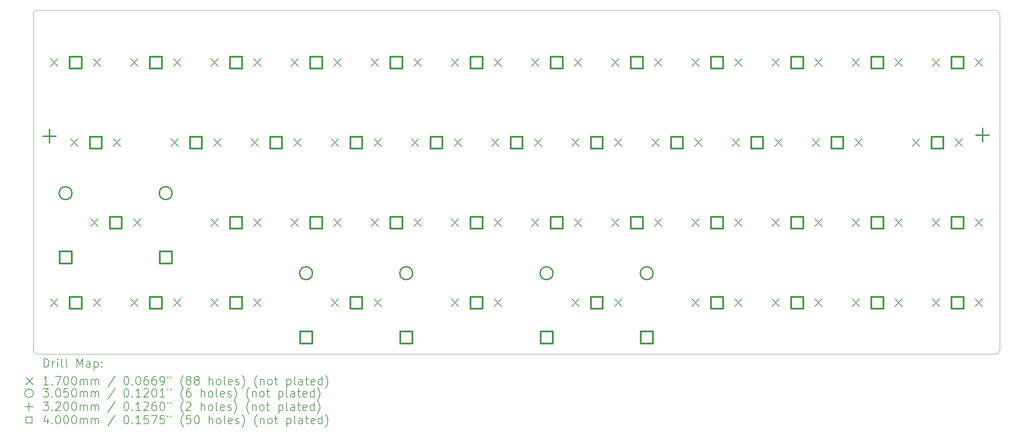
<source format=gbr>
%FSLAX45Y45*%
G04 Gerber Fmt 4.5, Leading zero omitted, Abs format (unit mm)*
G04 Created by KiCad (PCBNEW (6.0.2-0)) date 2022-06-21 21:39:33*
%MOMM*%
%LPD*%
G01*
G04 APERTURE LIST*
%TA.AperFunction,Profile*%
%ADD10C,0.050000*%
%TD*%
%ADD11C,0.200000*%
%ADD12C,0.170000*%
%ADD13C,0.305000*%
%ADD14C,0.320000*%
%ADD15C,0.400000*%
G04 APERTURE END LIST*
D10*
X9728200Y-11353800D02*
X9728200Y-19329400D01*
X9829800Y-11252200D02*
G75*
G03*
X9728200Y-11353800I0J-101600D01*
G01*
X32689800Y-11353800D02*
G75*
G03*
X32588200Y-11252200I-101600J0D01*
G01*
X9829800Y-11252200D02*
X32588200Y-11252200D01*
X32689800Y-11353800D02*
X32689800Y-19329400D01*
X32588200Y-19431000D02*
X9829800Y-19431000D01*
X32588200Y-19431000D02*
G75*
G03*
X32689800Y-19329400I0J101600D01*
G01*
X9728200Y-19329400D02*
G75*
G03*
X9829800Y-19431000I101600J0D01*
G01*
D11*
D12*
X10138500Y-12407000D02*
X10308500Y-12577000D01*
X10308500Y-12407000D02*
X10138500Y-12577000D01*
X10138500Y-18122000D02*
X10308500Y-18292000D01*
X10308500Y-18122000D02*
X10138500Y-18292000D01*
X10614750Y-14312000D02*
X10784750Y-14482000D01*
X10784750Y-14312000D02*
X10614750Y-14482000D01*
X11091000Y-16217000D02*
X11261000Y-16387000D01*
X11261000Y-16217000D02*
X11091000Y-16387000D01*
X11154500Y-12407000D02*
X11324500Y-12577000D01*
X11324500Y-12407000D02*
X11154500Y-12577000D01*
X11154500Y-18122000D02*
X11324500Y-18292000D01*
X11324500Y-18122000D02*
X11154500Y-18292000D01*
X11630750Y-14312000D02*
X11800750Y-14482000D01*
X11800750Y-14312000D02*
X11630750Y-14482000D01*
X12043500Y-12407000D02*
X12213500Y-12577000D01*
X12213500Y-12407000D02*
X12043500Y-12577000D01*
X12043500Y-18122000D02*
X12213500Y-18292000D01*
X12213500Y-18122000D02*
X12043500Y-18292000D01*
X12107000Y-16217000D02*
X12277000Y-16387000D01*
X12277000Y-16217000D02*
X12107000Y-16387000D01*
X12996000Y-14312000D02*
X13166000Y-14482000D01*
X13166000Y-14312000D02*
X12996000Y-14482000D01*
X13059500Y-12407000D02*
X13229500Y-12577000D01*
X13229500Y-12407000D02*
X13059500Y-12577000D01*
X13059500Y-18122000D02*
X13229500Y-18292000D01*
X13229500Y-18122000D02*
X13059500Y-18292000D01*
X13948500Y-12407000D02*
X14118500Y-12577000D01*
X14118500Y-12407000D02*
X13948500Y-12577000D01*
X13948500Y-16217000D02*
X14118500Y-16387000D01*
X14118500Y-16217000D02*
X13948500Y-16387000D01*
X13948500Y-18122000D02*
X14118500Y-18292000D01*
X14118500Y-18122000D02*
X13948500Y-18292000D01*
X14012000Y-14312000D02*
X14182000Y-14482000D01*
X14182000Y-14312000D02*
X14012000Y-14482000D01*
X14901000Y-14312000D02*
X15071000Y-14482000D01*
X15071000Y-14312000D02*
X14901000Y-14482000D01*
X14964500Y-12407000D02*
X15134500Y-12577000D01*
X15134500Y-12407000D02*
X14964500Y-12577000D01*
X14964500Y-16217000D02*
X15134500Y-16387000D01*
X15134500Y-16217000D02*
X14964500Y-16387000D01*
X14964500Y-18122000D02*
X15134500Y-18292000D01*
X15134500Y-18122000D02*
X14964500Y-18292000D01*
X15853500Y-12407000D02*
X16023500Y-12577000D01*
X16023500Y-12407000D02*
X15853500Y-12577000D01*
X15853500Y-16217000D02*
X16023500Y-16387000D01*
X16023500Y-16217000D02*
X15853500Y-16387000D01*
X15917000Y-14312000D02*
X16087000Y-14482000D01*
X16087000Y-14312000D02*
X15917000Y-14482000D01*
X16806000Y-14312000D02*
X16976000Y-14482000D01*
X16976000Y-14312000D02*
X16806000Y-14482000D01*
X16806000Y-18122000D02*
X16976000Y-18292000D01*
X16976000Y-18122000D02*
X16806000Y-18292000D01*
X16869500Y-12407000D02*
X17039500Y-12577000D01*
X17039500Y-12407000D02*
X16869500Y-12577000D01*
X16869500Y-16217000D02*
X17039500Y-16387000D01*
X17039500Y-16217000D02*
X16869500Y-16387000D01*
X17758500Y-12407000D02*
X17928500Y-12577000D01*
X17928500Y-12407000D02*
X17758500Y-12577000D01*
X17758500Y-16217000D02*
X17928500Y-16387000D01*
X17928500Y-16217000D02*
X17758500Y-16387000D01*
X17822000Y-14312000D02*
X17992000Y-14482000D01*
X17992000Y-14312000D02*
X17822000Y-14482000D01*
X17822000Y-18122000D02*
X17992000Y-18292000D01*
X17992000Y-18122000D02*
X17822000Y-18292000D01*
X18711000Y-14312000D02*
X18881000Y-14482000D01*
X18881000Y-14312000D02*
X18711000Y-14482000D01*
X18774500Y-12407000D02*
X18944500Y-12577000D01*
X18944500Y-12407000D02*
X18774500Y-12577000D01*
X18774500Y-16217000D02*
X18944500Y-16387000D01*
X18944500Y-16217000D02*
X18774500Y-16387000D01*
X19663500Y-12407000D02*
X19833500Y-12577000D01*
X19833500Y-12407000D02*
X19663500Y-12577000D01*
X19663500Y-16217000D02*
X19833500Y-16387000D01*
X19833500Y-16217000D02*
X19663500Y-16387000D01*
X19663500Y-18122000D02*
X19833500Y-18292000D01*
X19833500Y-18122000D02*
X19663500Y-18292000D01*
X19727000Y-14312000D02*
X19897000Y-14482000D01*
X19897000Y-14312000D02*
X19727000Y-14482000D01*
X20616000Y-14312000D02*
X20786000Y-14482000D01*
X20786000Y-14312000D02*
X20616000Y-14482000D01*
X20679500Y-12407000D02*
X20849500Y-12577000D01*
X20849500Y-12407000D02*
X20679500Y-12577000D01*
X20679500Y-16217000D02*
X20849500Y-16387000D01*
X20849500Y-16217000D02*
X20679500Y-16387000D01*
X20679500Y-18122000D02*
X20849500Y-18292000D01*
X20849500Y-18122000D02*
X20679500Y-18292000D01*
X21568500Y-12407000D02*
X21738500Y-12577000D01*
X21738500Y-12407000D02*
X21568500Y-12577000D01*
X21568500Y-16217000D02*
X21738500Y-16387000D01*
X21738500Y-16217000D02*
X21568500Y-16387000D01*
X21632000Y-14312000D02*
X21802000Y-14482000D01*
X21802000Y-14312000D02*
X21632000Y-14482000D01*
X22521000Y-14312000D02*
X22691000Y-14482000D01*
X22691000Y-14312000D02*
X22521000Y-14482000D01*
X22521000Y-18122000D02*
X22691000Y-18292000D01*
X22691000Y-18122000D02*
X22521000Y-18292000D01*
X22584500Y-12407000D02*
X22754500Y-12577000D01*
X22754500Y-12407000D02*
X22584500Y-12577000D01*
X22584500Y-16217000D02*
X22754500Y-16387000D01*
X22754500Y-16217000D02*
X22584500Y-16387000D01*
X23473500Y-12407000D02*
X23643500Y-12577000D01*
X23643500Y-12407000D02*
X23473500Y-12577000D01*
X23473500Y-16217000D02*
X23643500Y-16387000D01*
X23643500Y-16217000D02*
X23473500Y-16387000D01*
X23537000Y-14312000D02*
X23707000Y-14482000D01*
X23707000Y-14312000D02*
X23537000Y-14482000D01*
X23537000Y-18122000D02*
X23707000Y-18292000D01*
X23707000Y-18122000D02*
X23537000Y-18292000D01*
X24426000Y-14312000D02*
X24596000Y-14482000D01*
X24596000Y-14312000D02*
X24426000Y-14482000D01*
X24489500Y-12407000D02*
X24659500Y-12577000D01*
X24659500Y-12407000D02*
X24489500Y-12577000D01*
X24489500Y-16217000D02*
X24659500Y-16387000D01*
X24659500Y-16217000D02*
X24489500Y-16387000D01*
X25378500Y-12407000D02*
X25548500Y-12577000D01*
X25548500Y-12407000D02*
X25378500Y-12577000D01*
X25378500Y-16217000D02*
X25548500Y-16387000D01*
X25548500Y-16217000D02*
X25378500Y-16387000D01*
X25378500Y-18122000D02*
X25548500Y-18292000D01*
X25548500Y-18122000D02*
X25378500Y-18292000D01*
X25442000Y-14312000D02*
X25612000Y-14482000D01*
X25612000Y-14312000D02*
X25442000Y-14482000D01*
X26331000Y-14312000D02*
X26501000Y-14482000D01*
X26501000Y-14312000D02*
X26331000Y-14482000D01*
X26394500Y-12407000D02*
X26564500Y-12577000D01*
X26564500Y-12407000D02*
X26394500Y-12577000D01*
X26394500Y-16217000D02*
X26564500Y-16387000D01*
X26564500Y-16217000D02*
X26394500Y-16387000D01*
X26394500Y-18122000D02*
X26564500Y-18292000D01*
X26564500Y-18122000D02*
X26394500Y-18292000D01*
X27283500Y-12407000D02*
X27453500Y-12577000D01*
X27453500Y-12407000D02*
X27283500Y-12577000D01*
X27283500Y-16217000D02*
X27453500Y-16387000D01*
X27453500Y-16217000D02*
X27283500Y-16387000D01*
X27283500Y-18122000D02*
X27453500Y-18292000D01*
X27453500Y-18122000D02*
X27283500Y-18292000D01*
X27347000Y-14312000D02*
X27517000Y-14482000D01*
X27517000Y-14312000D02*
X27347000Y-14482000D01*
X28236000Y-14312000D02*
X28406000Y-14482000D01*
X28406000Y-14312000D02*
X28236000Y-14482000D01*
X28299500Y-12407000D02*
X28469500Y-12577000D01*
X28469500Y-12407000D02*
X28299500Y-12577000D01*
X28299500Y-16217000D02*
X28469500Y-16387000D01*
X28469500Y-16217000D02*
X28299500Y-16387000D01*
X28299500Y-18122000D02*
X28469500Y-18292000D01*
X28469500Y-18122000D02*
X28299500Y-18292000D01*
X29188500Y-12407000D02*
X29358500Y-12577000D01*
X29358500Y-12407000D02*
X29188500Y-12577000D01*
X29188500Y-16217000D02*
X29358500Y-16387000D01*
X29358500Y-16217000D02*
X29188500Y-16387000D01*
X29188500Y-18122000D02*
X29358500Y-18292000D01*
X29358500Y-18122000D02*
X29188500Y-18292000D01*
X29252000Y-14312000D02*
X29422000Y-14482000D01*
X29422000Y-14312000D02*
X29252000Y-14482000D01*
X30204500Y-12407000D02*
X30374500Y-12577000D01*
X30374500Y-12407000D02*
X30204500Y-12577000D01*
X30204500Y-16217000D02*
X30374500Y-16387000D01*
X30374500Y-16217000D02*
X30204500Y-16387000D01*
X30204500Y-18122000D02*
X30374500Y-18292000D01*
X30374500Y-18122000D02*
X30204500Y-18292000D01*
X30617250Y-14312000D02*
X30787250Y-14482000D01*
X30787250Y-14312000D02*
X30617250Y-14482000D01*
X31093500Y-12407000D02*
X31263500Y-12577000D01*
X31263500Y-12407000D02*
X31093500Y-12577000D01*
X31093500Y-16217000D02*
X31263500Y-16387000D01*
X31263500Y-16217000D02*
X31093500Y-16387000D01*
X31093500Y-18122000D02*
X31263500Y-18292000D01*
X31263500Y-18122000D02*
X31093500Y-18292000D01*
X31633250Y-14312000D02*
X31803250Y-14482000D01*
X31803250Y-14312000D02*
X31633250Y-14482000D01*
X32109500Y-12407000D02*
X32279500Y-12577000D01*
X32279500Y-12407000D02*
X32109500Y-12577000D01*
X32109500Y-16217000D02*
X32279500Y-16387000D01*
X32279500Y-16217000D02*
X32109500Y-16387000D01*
X32109500Y-18122000D02*
X32279500Y-18292000D01*
X32279500Y-18122000D02*
X32109500Y-18292000D01*
D13*
X10646500Y-15602000D02*
G75*
G03*
X10646500Y-15602000I-152500J0D01*
G01*
X13026500Y-15602000D02*
G75*
G03*
X13026500Y-15602000I-152500J0D01*
G01*
X16361500Y-17507000D02*
G75*
G03*
X16361500Y-17507000I-152500J0D01*
G01*
X18741500Y-17507000D02*
G75*
G03*
X18741500Y-17507000I-152500J0D01*
G01*
X22076500Y-17507000D02*
G75*
G03*
X22076500Y-17507000I-152500J0D01*
G01*
X24456500Y-17507000D02*
G75*
G03*
X24456500Y-17507000I-152500J0D01*
G01*
D14*
X10109200Y-14089400D02*
X10109200Y-14409400D01*
X9949200Y-14249400D02*
X10269200Y-14249400D01*
X32283400Y-14064000D02*
X32283400Y-14384000D01*
X32123400Y-14224000D02*
X32443400Y-14224000D01*
D15*
X10635423Y-17267423D02*
X10635423Y-16984577D01*
X10352577Y-16984577D01*
X10352577Y-17267423D01*
X10635423Y-17267423D01*
X10872923Y-12633423D02*
X10872923Y-12350577D01*
X10590077Y-12350577D01*
X10590077Y-12633423D01*
X10872923Y-12633423D01*
X10872923Y-18348423D02*
X10872923Y-18065577D01*
X10590077Y-18065577D01*
X10590077Y-18348423D01*
X10872923Y-18348423D01*
X11349173Y-14538423D02*
X11349173Y-14255577D01*
X11066327Y-14255577D01*
X11066327Y-14538423D01*
X11349173Y-14538423D01*
X11825423Y-16443423D02*
X11825423Y-16160577D01*
X11542577Y-16160577D01*
X11542577Y-16443423D01*
X11825423Y-16443423D01*
X12777923Y-12633423D02*
X12777923Y-12350577D01*
X12495077Y-12350577D01*
X12495077Y-12633423D01*
X12777923Y-12633423D01*
X12777923Y-18348423D02*
X12777923Y-18065577D01*
X12495077Y-18065577D01*
X12495077Y-18348423D01*
X12777923Y-18348423D01*
X13015423Y-17267423D02*
X13015423Y-16984577D01*
X12732577Y-16984577D01*
X12732577Y-17267423D01*
X13015423Y-17267423D01*
X13730423Y-14538423D02*
X13730423Y-14255577D01*
X13447577Y-14255577D01*
X13447577Y-14538423D01*
X13730423Y-14538423D01*
X14682923Y-12633423D02*
X14682923Y-12350577D01*
X14400077Y-12350577D01*
X14400077Y-12633423D01*
X14682923Y-12633423D01*
X14682923Y-16443423D02*
X14682923Y-16160577D01*
X14400077Y-16160577D01*
X14400077Y-16443423D01*
X14682923Y-16443423D01*
X14682923Y-18348423D02*
X14682923Y-18065577D01*
X14400077Y-18065577D01*
X14400077Y-18348423D01*
X14682923Y-18348423D01*
X15635423Y-14538423D02*
X15635423Y-14255577D01*
X15352577Y-14255577D01*
X15352577Y-14538423D01*
X15635423Y-14538423D01*
X16350423Y-19172423D02*
X16350423Y-18889577D01*
X16067577Y-18889577D01*
X16067577Y-19172423D01*
X16350423Y-19172423D01*
X16587923Y-12633423D02*
X16587923Y-12350577D01*
X16305077Y-12350577D01*
X16305077Y-12633423D01*
X16587923Y-12633423D01*
X16587923Y-16443423D02*
X16587923Y-16160577D01*
X16305077Y-16160577D01*
X16305077Y-16443423D01*
X16587923Y-16443423D01*
X17540423Y-14538423D02*
X17540423Y-14255577D01*
X17257577Y-14255577D01*
X17257577Y-14538423D01*
X17540423Y-14538423D01*
X17540423Y-18348423D02*
X17540423Y-18065577D01*
X17257577Y-18065577D01*
X17257577Y-18348423D01*
X17540423Y-18348423D01*
X18492923Y-12633423D02*
X18492923Y-12350577D01*
X18210077Y-12350577D01*
X18210077Y-12633423D01*
X18492923Y-12633423D01*
X18492923Y-16443423D02*
X18492923Y-16160577D01*
X18210077Y-16160577D01*
X18210077Y-16443423D01*
X18492923Y-16443423D01*
X18730423Y-19172423D02*
X18730423Y-18889577D01*
X18447577Y-18889577D01*
X18447577Y-19172423D01*
X18730423Y-19172423D01*
X19445423Y-14538423D02*
X19445423Y-14255577D01*
X19162577Y-14255577D01*
X19162577Y-14538423D01*
X19445423Y-14538423D01*
X20397923Y-12633423D02*
X20397923Y-12350577D01*
X20115077Y-12350577D01*
X20115077Y-12633423D01*
X20397923Y-12633423D01*
X20397923Y-16443423D02*
X20397923Y-16160577D01*
X20115077Y-16160577D01*
X20115077Y-16443423D01*
X20397923Y-16443423D01*
X20397923Y-18348423D02*
X20397923Y-18065577D01*
X20115077Y-18065577D01*
X20115077Y-18348423D01*
X20397923Y-18348423D01*
X21350423Y-14538423D02*
X21350423Y-14255577D01*
X21067577Y-14255577D01*
X21067577Y-14538423D01*
X21350423Y-14538423D01*
X22065423Y-19172423D02*
X22065423Y-18889577D01*
X21782577Y-18889577D01*
X21782577Y-19172423D01*
X22065423Y-19172423D01*
X22302923Y-12633423D02*
X22302923Y-12350577D01*
X22020077Y-12350577D01*
X22020077Y-12633423D01*
X22302923Y-12633423D01*
X22302923Y-16443423D02*
X22302923Y-16160577D01*
X22020077Y-16160577D01*
X22020077Y-16443423D01*
X22302923Y-16443423D01*
X23255423Y-14538423D02*
X23255423Y-14255577D01*
X22972577Y-14255577D01*
X22972577Y-14538423D01*
X23255423Y-14538423D01*
X23255423Y-18348423D02*
X23255423Y-18065577D01*
X22972577Y-18065577D01*
X22972577Y-18348423D01*
X23255423Y-18348423D01*
X24207923Y-12633423D02*
X24207923Y-12350577D01*
X23925077Y-12350577D01*
X23925077Y-12633423D01*
X24207923Y-12633423D01*
X24207923Y-16443423D02*
X24207923Y-16160577D01*
X23925077Y-16160577D01*
X23925077Y-16443423D01*
X24207923Y-16443423D01*
X24445423Y-19172423D02*
X24445423Y-18889577D01*
X24162577Y-18889577D01*
X24162577Y-19172423D01*
X24445423Y-19172423D01*
X25160423Y-14538423D02*
X25160423Y-14255577D01*
X24877577Y-14255577D01*
X24877577Y-14538423D01*
X25160423Y-14538423D01*
X26112923Y-12633423D02*
X26112923Y-12350577D01*
X25830077Y-12350577D01*
X25830077Y-12633423D01*
X26112923Y-12633423D01*
X26112923Y-16443423D02*
X26112923Y-16160577D01*
X25830077Y-16160577D01*
X25830077Y-16443423D01*
X26112923Y-16443423D01*
X26112923Y-18348423D02*
X26112923Y-18065577D01*
X25830077Y-18065577D01*
X25830077Y-18348423D01*
X26112923Y-18348423D01*
X27065423Y-14538423D02*
X27065423Y-14255577D01*
X26782577Y-14255577D01*
X26782577Y-14538423D01*
X27065423Y-14538423D01*
X28017923Y-12633423D02*
X28017923Y-12350577D01*
X27735077Y-12350577D01*
X27735077Y-12633423D01*
X28017923Y-12633423D01*
X28017923Y-16443423D02*
X28017923Y-16160577D01*
X27735077Y-16160577D01*
X27735077Y-16443423D01*
X28017923Y-16443423D01*
X28017923Y-18348423D02*
X28017923Y-18065577D01*
X27735077Y-18065577D01*
X27735077Y-18348423D01*
X28017923Y-18348423D01*
X28970423Y-14538423D02*
X28970423Y-14255577D01*
X28687577Y-14255577D01*
X28687577Y-14538423D01*
X28970423Y-14538423D01*
X29922923Y-12633423D02*
X29922923Y-12350577D01*
X29640077Y-12350577D01*
X29640077Y-12633423D01*
X29922923Y-12633423D01*
X29922923Y-16443423D02*
X29922923Y-16160577D01*
X29640077Y-16160577D01*
X29640077Y-16443423D01*
X29922923Y-16443423D01*
X29922923Y-18348423D02*
X29922923Y-18065577D01*
X29640077Y-18065577D01*
X29640077Y-18348423D01*
X29922923Y-18348423D01*
X31351673Y-14538423D02*
X31351673Y-14255577D01*
X31068827Y-14255577D01*
X31068827Y-14538423D01*
X31351673Y-14538423D01*
X31827923Y-12633423D02*
X31827923Y-12350577D01*
X31545077Y-12350577D01*
X31545077Y-12633423D01*
X31827923Y-12633423D01*
X31827923Y-16443423D02*
X31827923Y-16160577D01*
X31545077Y-16160577D01*
X31545077Y-16443423D01*
X31827923Y-16443423D01*
X31827923Y-18348423D02*
X31827923Y-18065577D01*
X31545077Y-18065577D01*
X31545077Y-18348423D01*
X31827923Y-18348423D01*
D11*
X9983319Y-19743976D02*
X9983319Y-19543976D01*
X10030938Y-19543976D01*
X10059510Y-19553500D01*
X10078557Y-19572548D01*
X10088081Y-19591595D01*
X10097605Y-19629690D01*
X10097605Y-19658262D01*
X10088081Y-19696357D01*
X10078557Y-19715405D01*
X10059510Y-19734452D01*
X10030938Y-19743976D01*
X9983319Y-19743976D01*
X10183319Y-19743976D02*
X10183319Y-19610643D01*
X10183319Y-19648738D02*
X10192843Y-19629690D01*
X10202367Y-19620167D01*
X10221414Y-19610643D01*
X10240462Y-19610643D01*
X10307129Y-19743976D02*
X10307129Y-19610643D01*
X10307129Y-19543976D02*
X10297605Y-19553500D01*
X10307129Y-19563024D01*
X10316652Y-19553500D01*
X10307129Y-19543976D01*
X10307129Y-19563024D01*
X10430938Y-19743976D02*
X10411890Y-19734452D01*
X10402367Y-19715405D01*
X10402367Y-19543976D01*
X10535700Y-19743976D02*
X10516652Y-19734452D01*
X10507129Y-19715405D01*
X10507129Y-19543976D01*
X10764271Y-19743976D02*
X10764271Y-19543976D01*
X10830938Y-19686833D01*
X10897605Y-19543976D01*
X10897605Y-19743976D01*
X11078557Y-19743976D02*
X11078557Y-19639214D01*
X11069033Y-19620167D01*
X11049986Y-19610643D01*
X11011890Y-19610643D01*
X10992843Y-19620167D01*
X11078557Y-19734452D02*
X11059510Y-19743976D01*
X11011890Y-19743976D01*
X10992843Y-19734452D01*
X10983319Y-19715405D01*
X10983319Y-19696357D01*
X10992843Y-19677310D01*
X11011890Y-19667786D01*
X11059510Y-19667786D01*
X11078557Y-19658262D01*
X11173795Y-19610643D02*
X11173795Y-19810643D01*
X11173795Y-19620167D02*
X11192843Y-19610643D01*
X11230938Y-19610643D01*
X11249986Y-19620167D01*
X11259509Y-19629690D01*
X11269033Y-19648738D01*
X11269033Y-19705881D01*
X11259509Y-19724929D01*
X11249986Y-19734452D01*
X11230938Y-19743976D01*
X11192843Y-19743976D01*
X11173795Y-19734452D01*
X11354748Y-19724929D02*
X11364271Y-19734452D01*
X11354748Y-19743976D01*
X11345224Y-19734452D01*
X11354748Y-19724929D01*
X11354748Y-19743976D01*
X11354748Y-19620167D02*
X11364271Y-19629690D01*
X11354748Y-19639214D01*
X11345224Y-19629690D01*
X11354748Y-19620167D01*
X11354748Y-19639214D01*
D12*
X9555700Y-19988500D02*
X9725700Y-20158500D01*
X9725700Y-19988500D02*
X9555700Y-20158500D01*
D11*
X10088081Y-20163976D02*
X9973795Y-20163976D01*
X10030938Y-20163976D02*
X10030938Y-19963976D01*
X10011890Y-19992548D01*
X9992843Y-20011595D01*
X9973795Y-20021119D01*
X10173795Y-20144929D02*
X10183319Y-20154452D01*
X10173795Y-20163976D01*
X10164271Y-20154452D01*
X10173795Y-20144929D01*
X10173795Y-20163976D01*
X10249986Y-19963976D02*
X10383319Y-19963976D01*
X10297605Y-20163976D01*
X10497605Y-19963976D02*
X10516652Y-19963976D01*
X10535700Y-19973500D01*
X10545224Y-19983024D01*
X10554748Y-20002071D01*
X10564271Y-20040167D01*
X10564271Y-20087786D01*
X10554748Y-20125881D01*
X10545224Y-20144929D01*
X10535700Y-20154452D01*
X10516652Y-20163976D01*
X10497605Y-20163976D01*
X10478557Y-20154452D01*
X10469033Y-20144929D01*
X10459510Y-20125881D01*
X10449986Y-20087786D01*
X10449986Y-20040167D01*
X10459510Y-20002071D01*
X10469033Y-19983024D01*
X10478557Y-19973500D01*
X10497605Y-19963976D01*
X10688081Y-19963976D02*
X10707129Y-19963976D01*
X10726176Y-19973500D01*
X10735700Y-19983024D01*
X10745224Y-20002071D01*
X10754748Y-20040167D01*
X10754748Y-20087786D01*
X10745224Y-20125881D01*
X10735700Y-20144929D01*
X10726176Y-20154452D01*
X10707129Y-20163976D01*
X10688081Y-20163976D01*
X10669033Y-20154452D01*
X10659510Y-20144929D01*
X10649986Y-20125881D01*
X10640462Y-20087786D01*
X10640462Y-20040167D01*
X10649986Y-20002071D01*
X10659510Y-19983024D01*
X10669033Y-19973500D01*
X10688081Y-19963976D01*
X10840462Y-20163976D02*
X10840462Y-20030643D01*
X10840462Y-20049690D02*
X10849986Y-20040167D01*
X10869033Y-20030643D01*
X10897605Y-20030643D01*
X10916652Y-20040167D01*
X10926176Y-20059214D01*
X10926176Y-20163976D01*
X10926176Y-20059214D02*
X10935700Y-20040167D01*
X10954748Y-20030643D01*
X10983319Y-20030643D01*
X11002367Y-20040167D01*
X11011890Y-20059214D01*
X11011890Y-20163976D01*
X11107129Y-20163976D02*
X11107129Y-20030643D01*
X11107129Y-20049690D02*
X11116652Y-20040167D01*
X11135700Y-20030643D01*
X11164271Y-20030643D01*
X11183319Y-20040167D01*
X11192843Y-20059214D01*
X11192843Y-20163976D01*
X11192843Y-20059214D02*
X11202367Y-20040167D01*
X11221414Y-20030643D01*
X11249986Y-20030643D01*
X11269033Y-20040167D01*
X11278557Y-20059214D01*
X11278557Y-20163976D01*
X11669033Y-19954452D02*
X11497605Y-20211595D01*
X11926176Y-19963976D02*
X11945224Y-19963976D01*
X11964271Y-19973500D01*
X11973795Y-19983024D01*
X11983319Y-20002071D01*
X11992843Y-20040167D01*
X11992843Y-20087786D01*
X11983319Y-20125881D01*
X11973795Y-20144929D01*
X11964271Y-20154452D01*
X11945224Y-20163976D01*
X11926176Y-20163976D01*
X11907128Y-20154452D01*
X11897605Y-20144929D01*
X11888081Y-20125881D01*
X11878557Y-20087786D01*
X11878557Y-20040167D01*
X11888081Y-20002071D01*
X11897605Y-19983024D01*
X11907128Y-19973500D01*
X11926176Y-19963976D01*
X12078557Y-20144929D02*
X12088081Y-20154452D01*
X12078557Y-20163976D01*
X12069033Y-20154452D01*
X12078557Y-20144929D01*
X12078557Y-20163976D01*
X12211890Y-19963976D02*
X12230938Y-19963976D01*
X12249986Y-19973500D01*
X12259509Y-19983024D01*
X12269033Y-20002071D01*
X12278557Y-20040167D01*
X12278557Y-20087786D01*
X12269033Y-20125881D01*
X12259509Y-20144929D01*
X12249986Y-20154452D01*
X12230938Y-20163976D01*
X12211890Y-20163976D01*
X12192843Y-20154452D01*
X12183319Y-20144929D01*
X12173795Y-20125881D01*
X12164271Y-20087786D01*
X12164271Y-20040167D01*
X12173795Y-20002071D01*
X12183319Y-19983024D01*
X12192843Y-19973500D01*
X12211890Y-19963976D01*
X12449986Y-19963976D02*
X12411890Y-19963976D01*
X12392843Y-19973500D01*
X12383319Y-19983024D01*
X12364271Y-20011595D01*
X12354748Y-20049690D01*
X12354748Y-20125881D01*
X12364271Y-20144929D01*
X12373795Y-20154452D01*
X12392843Y-20163976D01*
X12430938Y-20163976D01*
X12449986Y-20154452D01*
X12459509Y-20144929D01*
X12469033Y-20125881D01*
X12469033Y-20078262D01*
X12459509Y-20059214D01*
X12449986Y-20049690D01*
X12430938Y-20040167D01*
X12392843Y-20040167D01*
X12373795Y-20049690D01*
X12364271Y-20059214D01*
X12354748Y-20078262D01*
X12640462Y-19963976D02*
X12602367Y-19963976D01*
X12583319Y-19973500D01*
X12573795Y-19983024D01*
X12554748Y-20011595D01*
X12545224Y-20049690D01*
X12545224Y-20125881D01*
X12554748Y-20144929D01*
X12564271Y-20154452D01*
X12583319Y-20163976D01*
X12621414Y-20163976D01*
X12640462Y-20154452D01*
X12649986Y-20144929D01*
X12659509Y-20125881D01*
X12659509Y-20078262D01*
X12649986Y-20059214D01*
X12640462Y-20049690D01*
X12621414Y-20040167D01*
X12583319Y-20040167D01*
X12564271Y-20049690D01*
X12554748Y-20059214D01*
X12545224Y-20078262D01*
X12754748Y-20163976D02*
X12792843Y-20163976D01*
X12811890Y-20154452D01*
X12821414Y-20144929D01*
X12840462Y-20116357D01*
X12849986Y-20078262D01*
X12849986Y-20002071D01*
X12840462Y-19983024D01*
X12830938Y-19973500D01*
X12811890Y-19963976D01*
X12773795Y-19963976D01*
X12754748Y-19973500D01*
X12745224Y-19983024D01*
X12735700Y-20002071D01*
X12735700Y-20049690D01*
X12745224Y-20068738D01*
X12754748Y-20078262D01*
X12773795Y-20087786D01*
X12811890Y-20087786D01*
X12830938Y-20078262D01*
X12840462Y-20068738D01*
X12849986Y-20049690D01*
X12926176Y-19963976D02*
X12926176Y-20002071D01*
X13002367Y-19963976D02*
X13002367Y-20002071D01*
X13297605Y-20240167D02*
X13288081Y-20230643D01*
X13269033Y-20202071D01*
X13259509Y-20183024D01*
X13249986Y-20154452D01*
X13240462Y-20106833D01*
X13240462Y-20068738D01*
X13249986Y-20021119D01*
X13259509Y-19992548D01*
X13269033Y-19973500D01*
X13288081Y-19944929D01*
X13297605Y-19935405D01*
X13402367Y-20049690D02*
X13383319Y-20040167D01*
X13373795Y-20030643D01*
X13364271Y-20011595D01*
X13364271Y-20002071D01*
X13373795Y-19983024D01*
X13383319Y-19973500D01*
X13402367Y-19963976D01*
X13440462Y-19963976D01*
X13459509Y-19973500D01*
X13469033Y-19983024D01*
X13478557Y-20002071D01*
X13478557Y-20011595D01*
X13469033Y-20030643D01*
X13459509Y-20040167D01*
X13440462Y-20049690D01*
X13402367Y-20049690D01*
X13383319Y-20059214D01*
X13373795Y-20068738D01*
X13364271Y-20087786D01*
X13364271Y-20125881D01*
X13373795Y-20144929D01*
X13383319Y-20154452D01*
X13402367Y-20163976D01*
X13440462Y-20163976D01*
X13459509Y-20154452D01*
X13469033Y-20144929D01*
X13478557Y-20125881D01*
X13478557Y-20087786D01*
X13469033Y-20068738D01*
X13459509Y-20059214D01*
X13440462Y-20049690D01*
X13592843Y-20049690D02*
X13573795Y-20040167D01*
X13564271Y-20030643D01*
X13554748Y-20011595D01*
X13554748Y-20002071D01*
X13564271Y-19983024D01*
X13573795Y-19973500D01*
X13592843Y-19963976D01*
X13630938Y-19963976D01*
X13649986Y-19973500D01*
X13659509Y-19983024D01*
X13669033Y-20002071D01*
X13669033Y-20011595D01*
X13659509Y-20030643D01*
X13649986Y-20040167D01*
X13630938Y-20049690D01*
X13592843Y-20049690D01*
X13573795Y-20059214D01*
X13564271Y-20068738D01*
X13554748Y-20087786D01*
X13554748Y-20125881D01*
X13564271Y-20144929D01*
X13573795Y-20154452D01*
X13592843Y-20163976D01*
X13630938Y-20163976D01*
X13649986Y-20154452D01*
X13659509Y-20144929D01*
X13669033Y-20125881D01*
X13669033Y-20087786D01*
X13659509Y-20068738D01*
X13649986Y-20059214D01*
X13630938Y-20049690D01*
X13907128Y-20163976D02*
X13907128Y-19963976D01*
X13992843Y-20163976D02*
X13992843Y-20059214D01*
X13983319Y-20040167D01*
X13964271Y-20030643D01*
X13935700Y-20030643D01*
X13916652Y-20040167D01*
X13907128Y-20049690D01*
X14116652Y-20163976D02*
X14097605Y-20154452D01*
X14088081Y-20144929D01*
X14078557Y-20125881D01*
X14078557Y-20068738D01*
X14088081Y-20049690D01*
X14097605Y-20040167D01*
X14116652Y-20030643D01*
X14145224Y-20030643D01*
X14164271Y-20040167D01*
X14173795Y-20049690D01*
X14183319Y-20068738D01*
X14183319Y-20125881D01*
X14173795Y-20144929D01*
X14164271Y-20154452D01*
X14145224Y-20163976D01*
X14116652Y-20163976D01*
X14297605Y-20163976D02*
X14278557Y-20154452D01*
X14269033Y-20135405D01*
X14269033Y-19963976D01*
X14449986Y-20154452D02*
X14430938Y-20163976D01*
X14392843Y-20163976D01*
X14373795Y-20154452D01*
X14364271Y-20135405D01*
X14364271Y-20059214D01*
X14373795Y-20040167D01*
X14392843Y-20030643D01*
X14430938Y-20030643D01*
X14449986Y-20040167D01*
X14459509Y-20059214D01*
X14459509Y-20078262D01*
X14364271Y-20097310D01*
X14535700Y-20154452D02*
X14554748Y-20163976D01*
X14592843Y-20163976D01*
X14611890Y-20154452D01*
X14621414Y-20135405D01*
X14621414Y-20125881D01*
X14611890Y-20106833D01*
X14592843Y-20097310D01*
X14564271Y-20097310D01*
X14545224Y-20087786D01*
X14535700Y-20068738D01*
X14535700Y-20059214D01*
X14545224Y-20040167D01*
X14564271Y-20030643D01*
X14592843Y-20030643D01*
X14611890Y-20040167D01*
X14688081Y-20240167D02*
X14697605Y-20230643D01*
X14716652Y-20202071D01*
X14726176Y-20183024D01*
X14735700Y-20154452D01*
X14745224Y-20106833D01*
X14745224Y-20068738D01*
X14735700Y-20021119D01*
X14726176Y-19992548D01*
X14716652Y-19973500D01*
X14697605Y-19944929D01*
X14688081Y-19935405D01*
X15049986Y-20240167D02*
X15040462Y-20230643D01*
X15021414Y-20202071D01*
X15011890Y-20183024D01*
X15002367Y-20154452D01*
X14992843Y-20106833D01*
X14992843Y-20068738D01*
X15002367Y-20021119D01*
X15011890Y-19992548D01*
X15021414Y-19973500D01*
X15040462Y-19944929D01*
X15049986Y-19935405D01*
X15126176Y-20030643D02*
X15126176Y-20163976D01*
X15126176Y-20049690D02*
X15135700Y-20040167D01*
X15154748Y-20030643D01*
X15183319Y-20030643D01*
X15202367Y-20040167D01*
X15211890Y-20059214D01*
X15211890Y-20163976D01*
X15335700Y-20163976D02*
X15316652Y-20154452D01*
X15307128Y-20144929D01*
X15297605Y-20125881D01*
X15297605Y-20068738D01*
X15307128Y-20049690D01*
X15316652Y-20040167D01*
X15335700Y-20030643D01*
X15364271Y-20030643D01*
X15383319Y-20040167D01*
X15392843Y-20049690D01*
X15402367Y-20068738D01*
X15402367Y-20125881D01*
X15392843Y-20144929D01*
X15383319Y-20154452D01*
X15364271Y-20163976D01*
X15335700Y-20163976D01*
X15459509Y-20030643D02*
X15535700Y-20030643D01*
X15488081Y-19963976D02*
X15488081Y-20135405D01*
X15497605Y-20154452D01*
X15516652Y-20163976D01*
X15535700Y-20163976D01*
X15754748Y-20030643D02*
X15754748Y-20230643D01*
X15754748Y-20040167D02*
X15773795Y-20030643D01*
X15811890Y-20030643D01*
X15830938Y-20040167D01*
X15840462Y-20049690D01*
X15849986Y-20068738D01*
X15849986Y-20125881D01*
X15840462Y-20144929D01*
X15830938Y-20154452D01*
X15811890Y-20163976D01*
X15773795Y-20163976D01*
X15754748Y-20154452D01*
X15964271Y-20163976D02*
X15945224Y-20154452D01*
X15935700Y-20135405D01*
X15935700Y-19963976D01*
X16126176Y-20163976D02*
X16126176Y-20059214D01*
X16116652Y-20040167D01*
X16097605Y-20030643D01*
X16059509Y-20030643D01*
X16040462Y-20040167D01*
X16126176Y-20154452D02*
X16107128Y-20163976D01*
X16059509Y-20163976D01*
X16040462Y-20154452D01*
X16030938Y-20135405D01*
X16030938Y-20116357D01*
X16040462Y-20097310D01*
X16059509Y-20087786D01*
X16107128Y-20087786D01*
X16126176Y-20078262D01*
X16192843Y-20030643D02*
X16269033Y-20030643D01*
X16221414Y-19963976D02*
X16221414Y-20135405D01*
X16230938Y-20154452D01*
X16249986Y-20163976D01*
X16269033Y-20163976D01*
X16411890Y-20154452D02*
X16392843Y-20163976D01*
X16354748Y-20163976D01*
X16335700Y-20154452D01*
X16326176Y-20135405D01*
X16326176Y-20059214D01*
X16335700Y-20040167D01*
X16354748Y-20030643D01*
X16392843Y-20030643D01*
X16411890Y-20040167D01*
X16421414Y-20059214D01*
X16421414Y-20078262D01*
X16326176Y-20097310D01*
X16592843Y-20163976D02*
X16592843Y-19963976D01*
X16592843Y-20154452D02*
X16573795Y-20163976D01*
X16535700Y-20163976D01*
X16516652Y-20154452D01*
X16507128Y-20144929D01*
X16497605Y-20125881D01*
X16497605Y-20068738D01*
X16507128Y-20049690D01*
X16516652Y-20040167D01*
X16535700Y-20030643D01*
X16573795Y-20030643D01*
X16592843Y-20040167D01*
X16669033Y-20240167D02*
X16678557Y-20230643D01*
X16697605Y-20202071D01*
X16707128Y-20183024D01*
X16716652Y-20154452D01*
X16726176Y-20106833D01*
X16726176Y-20068738D01*
X16716652Y-20021119D01*
X16707128Y-19992548D01*
X16697605Y-19973500D01*
X16678557Y-19944929D01*
X16669033Y-19935405D01*
X9725700Y-20363500D02*
G75*
G03*
X9725700Y-20363500I-100000J0D01*
G01*
X9964271Y-20253976D02*
X10088081Y-20253976D01*
X10021414Y-20330167D01*
X10049986Y-20330167D01*
X10069033Y-20339690D01*
X10078557Y-20349214D01*
X10088081Y-20368262D01*
X10088081Y-20415881D01*
X10078557Y-20434929D01*
X10069033Y-20444452D01*
X10049986Y-20453976D01*
X9992843Y-20453976D01*
X9973795Y-20444452D01*
X9964271Y-20434929D01*
X10173795Y-20434929D02*
X10183319Y-20444452D01*
X10173795Y-20453976D01*
X10164271Y-20444452D01*
X10173795Y-20434929D01*
X10173795Y-20453976D01*
X10307129Y-20253976D02*
X10326176Y-20253976D01*
X10345224Y-20263500D01*
X10354748Y-20273024D01*
X10364271Y-20292071D01*
X10373795Y-20330167D01*
X10373795Y-20377786D01*
X10364271Y-20415881D01*
X10354748Y-20434929D01*
X10345224Y-20444452D01*
X10326176Y-20453976D01*
X10307129Y-20453976D01*
X10288081Y-20444452D01*
X10278557Y-20434929D01*
X10269033Y-20415881D01*
X10259510Y-20377786D01*
X10259510Y-20330167D01*
X10269033Y-20292071D01*
X10278557Y-20273024D01*
X10288081Y-20263500D01*
X10307129Y-20253976D01*
X10554748Y-20253976D02*
X10459510Y-20253976D01*
X10449986Y-20349214D01*
X10459510Y-20339690D01*
X10478557Y-20330167D01*
X10526176Y-20330167D01*
X10545224Y-20339690D01*
X10554748Y-20349214D01*
X10564271Y-20368262D01*
X10564271Y-20415881D01*
X10554748Y-20434929D01*
X10545224Y-20444452D01*
X10526176Y-20453976D01*
X10478557Y-20453976D01*
X10459510Y-20444452D01*
X10449986Y-20434929D01*
X10688081Y-20253976D02*
X10707129Y-20253976D01*
X10726176Y-20263500D01*
X10735700Y-20273024D01*
X10745224Y-20292071D01*
X10754748Y-20330167D01*
X10754748Y-20377786D01*
X10745224Y-20415881D01*
X10735700Y-20434929D01*
X10726176Y-20444452D01*
X10707129Y-20453976D01*
X10688081Y-20453976D01*
X10669033Y-20444452D01*
X10659510Y-20434929D01*
X10649986Y-20415881D01*
X10640462Y-20377786D01*
X10640462Y-20330167D01*
X10649986Y-20292071D01*
X10659510Y-20273024D01*
X10669033Y-20263500D01*
X10688081Y-20253976D01*
X10840462Y-20453976D02*
X10840462Y-20320643D01*
X10840462Y-20339690D02*
X10849986Y-20330167D01*
X10869033Y-20320643D01*
X10897605Y-20320643D01*
X10916652Y-20330167D01*
X10926176Y-20349214D01*
X10926176Y-20453976D01*
X10926176Y-20349214D02*
X10935700Y-20330167D01*
X10954748Y-20320643D01*
X10983319Y-20320643D01*
X11002367Y-20330167D01*
X11011890Y-20349214D01*
X11011890Y-20453976D01*
X11107129Y-20453976D02*
X11107129Y-20320643D01*
X11107129Y-20339690D02*
X11116652Y-20330167D01*
X11135700Y-20320643D01*
X11164271Y-20320643D01*
X11183319Y-20330167D01*
X11192843Y-20349214D01*
X11192843Y-20453976D01*
X11192843Y-20349214D02*
X11202367Y-20330167D01*
X11221414Y-20320643D01*
X11249986Y-20320643D01*
X11269033Y-20330167D01*
X11278557Y-20349214D01*
X11278557Y-20453976D01*
X11669033Y-20244452D02*
X11497605Y-20501595D01*
X11926176Y-20253976D02*
X11945224Y-20253976D01*
X11964271Y-20263500D01*
X11973795Y-20273024D01*
X11983319Y-20292071D01*
X11992843Y-20330167D01*
X11992843Y-20377786D01*
X11983319Y-20415881D01*
X11973795Y-20434929D01*
X11964271Y-20444452D01*
X11945224Y-20453976D01*
X11926176Y-20453976D01*
X11907128Y-20444452D01*
X11897605Y-20434929D01*
X11888081Y-20415881D01*
X11878557Y-20377786D01*
X11878557Y-20330167D01*
X11888081Y-20292071D01*
X11897605Y-20273024D01*
X11907128Y-20263500D01*
X11926176Y-20253976D01*
X12078557Y-20434929D02*
X12088081Y-20444452D01*
X12078557Y-20453976D01*
X12069033Y-20444452D01*
X12078557Y-20434929D01*
X12078557Y-20453976D01*
X12278557Y-20453976D02*
X12164271Y-20453976D01*
X12221414Y-20453976D02*
X12221414Y-20253976D01*
X12202367Y-20282548D01*
X12183319Y-20301595D01*
X12164271Y-20311119D01*
X12354748Y-20273024D02*
X12364271Y-20263500D01*
X12383319Y-20253976D01*
X12430938Y-20253976D01*
X12449986Y-20263500D01*
X12459509Y-20273024D01*
X12469033Y-20292071D01*
X12469033Y-20311119D01*
X12459509Y-20339690D01*
X12345224Y-20453976D01*
X12469033Y-20453976D01*
X12592843Y-20253976D02*
X12611890Y-20253976D01*
X12630938Y-20263500D01*
X12640462Y-20273024D01*
X12649986Y-20292071D01*
X12659509Y-20330167D01*
X12659509Y-20377786D01*
X12649986Y-20415881D01*
X12640462Y-20434929D01*
X12630938Y-20444452D01*
X12611890Y-20453976D01*
X12592843Y-20453976D01*
X12573795Y-20444452D01*
X12564271Y-20434929D01*
X12554748Y-20415881D01*
X12545224Y-20377786D01*
X12545224Y-20330167D01*
X12554748Y-20292071D01*
X12564271Y-20273024D01*
X12573795Y-20263500D01*
X12592843Y-20253976D01*
X12849986Y-20453976D02*
X12735700Y-20453976D01*
X12792843Y-20453976D02*
X12792843Y-20253976D01*
X12773795Y-20282548D01*
X12754748Y-20301595D01*
X12735700Y-20311119D01*
X12926176Y-20253976D02*
X12926176Y-20292071D01*
X13002367Y-20253976D02*
X13002367Y-20292071D01*
X13297605Y-20530167D02*
X13288081Y-20520643D01*
X13269033Y-20492071D01*
X13259509Y-20473024D01*
X13249986Y-20444452D01*
X13240462Y-20396833D01*
X13240462Y-20358738D01*
X13249986Y-20311119D01*
X13259509Y-20282548D01*
X13269033Y-20263500D01*
X13288081Y-20234929D01*
X13297605Y-20225405D01*
X13459509Y-20253976D02*
X13421414Y-20253976D01*
X13402367Y-20263500D01*
X13392843Y-20273024D01*
X13373795Y-20301595D01*
X13364271Y-20339690D01*
X13364271Y-20415881D01*
X13373795Y-20434929D01*
X13383319Y-20444452D01*
X13402367Y-20453976D01*
X13440462Y-20453976D01*
X13459509Y-20444452D01*
X13469033Y-20434929D01*
X13478557Y-20415881D01*
X13478557Y-20368262D01*
X13469033Y-20349214D01*
X13459509Y-20339690D01*
X13440462Y-20330167D01*
X13402367Y-20330167D01*
X13383319Y-20339690D01*
X13373795Y-20349214D01*
X13364271Y-20368262D01*
X13716652Y-20453976D02*
X13716652Y-20253976D01*
X13802367Y-20453976D02*
X13802367Y-20349214D01*
X13792843Y-20330167D01*
X13773795Y-20320643D01*
X13745224Y-20320643D01*
X13726176Y-20330167D01*
X13716652Y-20339690D01*
X13926176Y-20453976D02*
X13907128Y-20444452D01*
X13897605Y-20434929D01*
X13888081Y-20415881D01*
X13888081Y-20358738D01*
X13897605Y-20339690D01*
X13907128Y-20330167D01*
X13926176Y-20320643D01*
X13954748Y-20320643D01*
X13973795Y-20330167D01*
X13983319Y-20339690D01*
X13992843Y-20358738D01*
X13992843Y-20415881D01*
X13983319Y-20434929D01*
X13973795Y-20444452D01*
X13954748Y-20453976D01*
X13926176Y-20453976D01*
X14107128Y-20453976D02*
X14088081Y-20444452D01*
X14078557Y-20425405D01*
X14078557Y-20253976D01*
X14259509Y-20444452D02*
X14240462Y-20453976D01*
X14202367Y-20453976D01*
X14183319Y-20444452D01*
X14173795Y-20425405D01*
X14173795Y-20349214D01*
X14183319Y-20330167D01*
X14202367Y-20320643D01*
X14240462Y-20320643D01*
X14259509Y-20330167D01*
X14269033Y-20349214D01*
X14269033Y-20368262D01*
X14173795Y-20387310D01*
X14345224Y-20444452D02*
X14364271Y-20453976D01*
X14402367Y-20453976D01*
X14421414Y-20444452D01*
X14430938Y-20425405D01*
X14430938Y-20415881D01*
X14421414Y-20396833D01*
X14402367Y-20387310D01*
X14373795Y-20387310D01*
X14354748Y-20377786D01*
X14345224Y-20358738D01*
X14345224Y-20349214D01*
X14354748Y-20330167D01*
X14373795Y-20320643D01*
X14402367Y-20320643D01*
X14421414Y-20330167D01*
X14497605Y-20530167D02*
X14507128Y-20520643D01*
X14526176Y-20492071D01*
X14535700Y-20473024D01*
X14545224Y-20444452D01*
X14554748Y-20396833D01*
X14554748Y-20358738D01*
X14545224Y-20311119D01*
X14535700Y-20282548D01*
X14526176Y-20263500D01*
X14507128Y-20234929D01*
X14497605Y-20225405D01*
X14859509Y-20530167D02*
X14849986Y-20520643D01*
X14830938Y-20492071D01*
X14821414Y-20473024D01*
X14811890Y-20444452D01*
X14802367Y-20396833D01*
X14802367Y-20358738D01*
X14811890Y-20311119D01*
X14821414Y-20282548D01*
X14830938Y-20263500D01*
X14849986Y-20234929D01*
X14859509Y-20225405D01*
X14935700Y-20320643D02*
X14935700Y-20453976D01*
X14935700Y-20339690D02*
X14945224Y-20330167D01*
X14964271Y-20320643D01*
X14992843Y-20320643D01*
X15011890Y-20330167D01*
X15021414Y-20349214D01*
X15021414Y-20453976D01*
X15145224Y-20453976D02*
X15126176Y-20444452D01*
X15116652Y-20434929D01*
X15107128Y-20415881D01*
X15107128Y-20358738D01*
X15116652Y-20339690D01*
X15126176Y-20330167D01*
X15145224Y-20320643D01*
X15173795Y-20320643D01*
X15192843Y-20330167D01*
X15202367Y-20339690D01*
X15211890Y-20358738D01*
X15211890Y-20415881D01*
X15202367Y-20434929D01*
X15192843Y-20444452D01*
X15173795Y-20453976D01*
X15145224Y-20453976D01*
X15269033Y-20320643D02*
X15345224Y-20320643D01*
X15297605Y-20253976D02*
X15297605Y-20425405D01*
X15307128Y-20444452D01*
X15326176Y-20453976D01*
X15345224Y-20453976D01*
X15564271Y-20320643D02*
X15564271Y-20520643D01*
X15564271Y-20330167D02*
X15583319Y-20320643D01*
X15621414Y-20320643D01*
X15640462Y-20330167D01*
X15649986Y-20339690D01*
X15659509Y-20358738D01*
X15659509Y-20415881D01*
X15649986Y-20434929D01*
X15640462Y-20444452D01*
X15621414Y-20453976D01*
X15583319Y-20453976D01*
X15564271Y-20444452D01*
X15773795Y-20453976D02*
X15754748Y-20444452D01*
X15745224Y-20425405D01*
X15745224Y-20253976D01*
X15935700Y-20453976D02*
X15935700Y-20349214D01*
X15926176Y-20330167D01*
X15907128Y-20320643D01*
X15869033Y-20320643D01*
X15849986Y-20330167D01*
X15935700Y-20444452D02*
X15916652Y-20453976D01*
X15869033Y-20453976D01*
X15849986Y-20444452D01*
X15840462Y-20425405D01*
X15840462Y-20406357D01*
X15849986Y-20387310D01*
X15869033Y-20377786D01*
X15916652Y-20377786D01*
X15935700Y-20368262D01*
X16002367Y-20320643D02*
X16078557Y-20320643D01*
X16030938Y-20253976D02*
X16030938Y-20425405D01*
X16040462Y-20444452D01*
X16059509Y-20453976D01*
X16078557Y-20453976D01*
X16221414Y-20444452D02*
X16202367Y-20453976D01*
X16164271Y-20453976D01*
X16145224Y-20444452D01*
X16135700Y-20425405D01*
X16135700Y-20349214D01*
X16145224Y-20330167D01*
X16164271Y-20320643D01*
X16202367Y-20320643D01*
X16221414Y-20330167D01*
X16230938Y-20349214D01*
X16230938Y-20368262D01*
X16135700Y-20387310D01*
X16402367Y-20453976D02*
X16402367Y-20253976D01*
X16402367Y-20444452D02*
X16383319Y-20453976D01*
X16345224Y-20453976D01*
X16326176Y-20444452D01*
X16316652Y-20434929D01*
X16307128Y-20415881D01*
X16307128Y-20358738D01*
X16316652Y-20339690D01*
X16326176Y-20330167D01*
X16345224Y-20320643D01*
X16383319Y-20320643D01*
X16402367Y-20330167D01*
X16478557Y-20530167D02*
X16488081Y-20520643D01*
X16507128Y-20492071D01*
X16516652Y-20473024D01*
X16526176Y-20444452D01*
X16535700Y-20396833D01*
X16535700Y-20358738D01*
X16526176Y-20311119D01*
X16516652Y-20282548D01*
X16507128Y-20263500D01*
X16488081Y-20234929D01*
X16478557Y-20225405D01*
X9625700Y-20583500D02*
X9625700Y-20783500D01*
X9525700Y-20683500D02*
X9725700Y-20683500D01*
X9964271Y-20573976D02*
X10088081Y-20573976D01*
X10021414Y-20650167D01*
X10049986Y-20650167D01*
X10069033Y-20659690D01*
X10078557Y-20669214D01*
X10088081Y-20688262D01*
X10088081Y-20735881D01*
X10078557Y-20754929D01*
X10069033Y-20764452D01*
X10049986Y-20773976D01*
X9992843Y-20773976D01*
X9973795Y-20764452D01*
X9964271Y-20754929D01*
X10173795Y-20754929D02*
X10183319Y-20764452D01*
X10173795Y-20773976D01*
X10164271Y-20764452D01*
X10173795Y-20754929D01*
X10173795Y-20773976D01*
X10259510Y-20593024D02*
X10269033Y-20583500D01*
X10288081Y-20573976D01*
X10335700Y-20573976D01*
X10354748Y-20583500D01*
X10364271Y-20593024D01*
X10373795Y-20612071D01*
X10373795Y-20631119D01*
X10364271Y-20659690D01*
X10249986Y-20773976D01*
X10373795Y-20773976D01*
X10497605Y-20573976D02*
X10516652Y-20573976D01*
X10535700Y-20583500D01*
X10545224Y-20593024D01*
X10554748Y-20612071D01*
X10564271Y-20650167D01*
X10564271Y-20697786D01*
X10554748Y-20735881D01*
X10545224Y-20754929D01*
X10535700Y-20764452D01*
X10516652Y-20773976D01*
X10497605Y-20773976D01*
X10478557Y-20764452D01*
X10469033Y-20754929D01*
X10459510Y-20735881D01*
X10449986Y-20697786D01*
X10449986Y-20650167D01*
X10459510Y-20612071D01*
X10469033Y-20593024D01*
X10478557Y-20583500D01*
X10497605Y-20573976D01*
X10688081Y-20573976D02*
X10707129Y-20573976D01*
X10726176Y-20583500D01*
X10735700Y-20593024D01*
X10745224Y-20612071D01*
X10754748Y-20650167D01*
X10754748Y-20697786D01*
X10745224Y-20735881D01*
X10735700Y-20754929D01*
X10726176Y-20764452D01*
X10707129Y-20773976D01*
X10688081Y-20773976D01*
X10669033Y-20764452D01*
X10659510Y-20754929D01*
X10649986Y-20735881D01*
X10640462Y-20697786D01*
X10640462Y-20650167D01*
X10649986Y-20612071D01*
X10659510Y-20593024D01*
X10669033Y-20583500D01*
X10688081Y-20573976D01*
X10840462Y-20773976D02*
X10840462Y-20640643D01*
X10840462Y-20659690D02*
X10849986Y-20650167D01*
X10869033Y-20640643D01*
X10897605Y-20640643D01*
X10916652Y-20650167D01*
X10926176Y-20669214D01*
X10926176Y-20773976D01*
X10926176Y-20669214D02*
X10935700Y-20650167D01*
X10954748Y-20640643D01*
X10983319Y-20640643D01*
X11002367Y-20650167D01*
X11011890Y-20669214D01*
X11011890Y-20773976D01*
X11107129Y-20773976D02*
X11107129Y-20640643D01*
X11107129Y-20659690D02*
X11116652Y-20650167D01*
X11135700Y-20640643D01*
X11164271Y-20640643D01*
X11183319Y-20650167D01*
X11192843Y-20669214D01*
X11192843Y-20773976D01*
X11192843Y-20669214D02*
X11202367Y-20650167D01*
X11221414Y-20640643D01*
X11249986Y-20640643D01*
X11269033Y-20650167D01*
X11278557Y-20669214D01*
X11278557Y-20773976D01*
X11669033Y-20564452D02*
X11497605Y-20821595D01*
X11926176Y-20573976D02*
X11945224Y-20573976D01*
X11964271Y-20583500D01*
X11973795Y-20593024D01*
X11983319Y-20612071D01*
X11992843Y-20650167D01*
X11992843Y-20697786D01*
X11983319Y-20735881D01*
X11973795Y-20754929D01*
X11964271Y-20764452D01*
X11945224Y-20773976D01*
X11926176Y-20773976D01*
X11907128Y-20764452D01*
X11897605Y-20754929D01*
X11888081Y-20735881D01*
X11878557Y-20697786D01*
X11878557Y-20650167D01*
X11888081Y-20612071D01*
X11897605Y-20593024D01*
X11907128Y-20583500D01*
X11926176Y-20573976D01*
X12078557Y-20754929D02*
X12088081Y-20764452D01*
X12078557Y-20773976D01*
X12069033Y-20764452D01*
X12078557Y-20754929D01*
X12078557Y-20773976D01*
X12278557Y-20773976D02*
X12164271Y-20773976D01*
X12221414Y-20773976D02*
X12221414Y-20573976D01*
X12202367Y-20602548D01*
X12183319Y-20621595D01*
X12164271Y-20631119D01*
X12354748Y-20593024D02*
X12364271Y-20583500D01*
X12383319Y-20573976D01*
X12430938Y-20573976D01*
X12449986Y-20583500D01*
X12459509Y-20593024D01*
X12469033Y-20612071D01*
X12469033Y-20631119D01*
X12459509Y-20659690D01*
X12345224Y-20773976D01*
X12469033Y-20773976D01*
X12640462Y-20573976D02*
X12602367Y-20573976D01*
X12583319Y-20583500D01*
X12573795Y-20593024D01*
X12554748Y-20621595D01*
X12545224Y-20659690D01*
X12545224Y-20735881D01*
X12554748Y-20754929D01*
X12564271Y-20764452D01*
X12583319Y-20773976D01*
X12621414Y-20773976D01*
X12640462Y-20764452D01*
X12649986Y-20754929D01*
X12659509Y-20735881D01*
X12659509Y-20688262D01*
X12649986Y-20669214D01*
X12640462Y-20659690D01*
X12621414Y-20650167D01*
X12583319Y-20650167D01*
X12564271Y-20659690D01*
X12554748Y-20669214D01*
X12545224Y-20688262D01*
X12783319Y-20573976D02*
X12802367Y-20573976D01*
X12821414Y-20583500D01*
X12830938Y-20593024D01*
X12840462Y-20612071D01*
X12849986Y-20650167D01*
X12849986Y-20697786D01*
X12840462Y-20735881D01*
X12830938Y-20754929D01*
X12821414Y-20764452D01*
X12802367Y-20773976D01*
X12783319Y-20773976D01*
X12764271Y-20764452D01*
X12754748Y-20754929D01*
X12745224Y-20735881D01*
X12735700Y-20697786D01*
X12735700Y-20650167D01*
X12745224Y-20612071D01*
X12754748Y-20593024D01*
X12764271Y-20583500D01*
X12783319Y-20573976D01*
X12926176Y-20573976D02*
X12926176Y-20612071D01*
X13002367Y-20573976D02*
X13002367Y-20612071D01*
X13297605Y-20850167D02*
X13288081Y-20840643D01*
X13269033Y-20812071D01*
X13259509Y-20793024D01*
X13249986Y-20764452D01*
X13240462Y-20716833D01*
X13240462Y-20678738D01*
X13249986Y-20631119D01*
X13259509Y-20602548D01*
X13269033Y-20583500D01*
X13288081Y-20554929D01*
X13297605Y-20545405D01*
X13364271Y-20593024D02*
X13373795Y-20583500D01*
X13392843Y-20573976D01*
X13440462Y-20573976D01*
X13459509Y-20583500D01*
X13469033Y-20593024D01*
X13478557Y-20612071D01*
X13478557Y-20631119D01*
X13469033Y-20659690D01*
X13354748Y-20773976D01*
X13478557Y-20773976D01*
X13716652Y-20773976D02*
X13716652Y-20573976D01*
X13802367Y-20773976D02*
X13802367Y-20669214D01*
X13792843Y-20650167D01*
X13773795Y-20640643D01*
X13745224Y-20640643D01*
X13726176Y-20650167D01*
X13716652Y-20659690D01*
X13926176Y-20773976D02*
X13907128Y-20764452D01*
X13897605Y-20754929D01*
X13888081Y-20735881D01*
X13888081Y-20678738D01*
X13897605Y-20659690D01*
X13907128Y-20650167D01*
X13926176Y-20640643D01*
X13954748Y-20640643D01*
X13973795Y-20650167D01*
X13983319Y-20659690D01*
X13992843Y-20678738D01*
X13992843Y-20735881D01*
X13983319Y-20754929D01*
X13973795Y-20764452D01*
X13954748Y-20773976D01*
X13926176Y-20773976D01*
X14107128Y-20773976D02*
X14088081Y-20764452D01*
X14078557Y-20745405D01*
X14078557Y-20573976D01*
X14259509Y-20764452D02*
X14240462Y-20773976D01*
X14202367Y-20773976D01*
X14183319Y-20764452D01*
X14173795Y-20745405D01*
X14173795Y-20669214D01*
X14183319Y-20650167D01*
X14202367Y-20640643D01*
X14240462Y-20640643D01*
X14259509Y-20650167D01*
X14269033Y-20669214D01*
X14269033Y-20688262D01*
X14173795Y-20707310D01*
X14345224Y-20764452D02*
X14364271Y-20773976D01*
X14402367Y-20773976D01*
X14421414Y-20764452D01*
X14430938Y-20745405D01*
X14430938Y-20735881D01*
X14421414Y-20716833D01*
X14402367Y-20707310D01*
X14373795Y-20707310D01*
X14354748Y-20697786D01*
X14345224Y-20678738D01*
X14345224Y-20669214D01*
X14354748Y-20650167D01*
X14373795Y-20640643D01*
X14402367Y-20640643D01*
X14421414Y-20650167D01*
X14497605Y-20850167D02*
X14507128Y-20840643D01*
X14526176Y-20812071D01*
X14535700Y-20793024D01*
X14545224Y-20764452D01*
X14554748Y-20716833D01*
X14554748Y-20678738D01*
X14545224Y-20631119D01*
X14535700Y-20602548D01*
X14526176Y-20583500D01*
X14507128Y-20554929D01*
X14497605Y-20545405D01*
X14859509Y-20850167D02*
X14849986Y-20840643D01*
X14830938Y-20812071D01*
X14821414Y-20793024D01*
X14811890Y-20764452D01*
X14802367Y-20716833D01*
X14802367Y-20678738D01*
X14811890Y-20631119D01*
X14821414Y-20602548D01*
X14830938Y-20583500D01*
X14849986Y-20554929D01*
X14859509Y-20545405D01*
X14935700Y-20640643D02*
X14935700Y-20773976D01*
X14935700Y-20659690D02*
X14945224Y-20650167D01*
X14964271Y-20640643D01*
X14992843Y-20640643D01*
X15011890Y-20650167D01*
X15021414Y-20669214D01*
X15021414Y-20773976D01*
X15145224Y-20773976D02*
X15126176Y-20764452D01*
X15116652Y-20754929D01*
X15107128Y-20735881D01*
X15107128Y-20678738D01*
X15116652Y-20659690D01*
X15126176Y-20650167D01*
X15145224Y-20640643D01*
X15173795Y-20640643D01*
X15192843Y-20650167D01*
X15202367Y-20659690D01*
X15211890Y-20678738D01*
X15211890Y-20735881D01*
X15202367Y-20754929D01*
X15192843Y-20764452D01*
X15173795Y-20773976D01*
X15145224Y-20773976D01*
X15269033Y-20640643D02*
X15345224Y-20640643D01*
X15297605Y-20573976D02*
X15297605Y-20745405D01*
X15307128Y-20764452D01*
X15326176Y-20773976D01*
X15345224Y-20773976D01*
X15564271Y-20640643D02*
X15564271Y-20840643D01*
X15564271Y-20650167D02*
X15583319Y-20640643D01*
X15621414Y-20640643D01*
X15640462Y-20650167D01*
X15649986Y-20659690D01*
X15659509Y-20678738D01*
X15659509Y-20735881D01*
X15649986Y-20754929D01*
X15640462Y-20764452D01*
X15621414Y-20773976D01*
X15583319Y-20773976D01*
X15564271Y-20764452D01*
X15773795Y-20773976D02*
X15754748Y-20764452D01*
X15745224Y-20745405D01*
X15745224Y-20573976D01*
X15935700Y-20773976D02*
X15935700Y-20669214D01*
X15926176Y-20650167D01*
X15907128Y-20640643D01*
X15869033Y-20640643D01*
X15849986Y-20650167D01*
X15935700Y-20764452D02*
X15916652Y-20773976D01*
X15869033Y-20773976D01*
X15849986Y-20764452D01*
X15840462Y-20745405D01*
X15840462Y-20726357D01*
X15849986Y-20707310D01*
X15869033Y-20697786D01*
X15916652Y-20697786D01*
X15935700Y-20688262D01*
X16002367Y-20640643D02*
X16078557Y-20640643D01*
X16030938Y-20573976D02*
X16030938Y-20745405D01*
X16040462Y-20764452D01*
X16059509Y-20773976D01*
X16078557Y-20773976D01*
X16221414Y-20764452D02*
X16202367Y-20773976D01*
X16164271Y-20773976D01*
X16145224Y-20764452D01*
X16135700Y-20745405D01*
X16135700Y-20669214D01*
X16145224Y-20650167D01*
X16164271Y-20640643D01*
X16202367Y-20640643D01*
X16221414Y-20650167D01*
X16230938Y-20669214D01*
X16230938Y-20688262D01*
X16135700Y-20707310D01*
X16402367Y-20773976D02*
X16402367Y-20573976D01*
X16402367Y-20764452D02*
X16383319Y-20773976D01*
X16345224Y-20773976D01*
X16326176Y-20764452D01*
X16316652Y-20754929D01*
X16307128Y-20735881D01*
X16307128Y-20678738D01*
X16316652Y-20659690D01*
X16326176Y-20650167D01*
X16345224Y-20640643D01*
X16383319Y-20640643D01*
X16402367Y-20650167D01*
X16478557Y-20850167D02*
X16488081Y-20840643D01*
X16507128Y-20812071D01*
X16516652Y-20793024D01*
X16526176Y-20764452D01*
X16535700Y-20716833D01*
X16535700Y-20678738D01*
X16526176Y-20631119D01*
X16516652Y-20602548D01*
X16507128Y-20583500D01*
X16488081Y-20554929D01*
X16478557Y-20545405D01*
X9696411Y-21074211D02*
X9696411Y-20932789D01*
X9554989Y-20932789D01*
X9554989Y-21074211D01*
X9696411Y-21074211D01*
X10069033Y-20960643D02*
X10069033Y-21093976D01*
X10021414Y-20884452D02*
X9973795Y-21027310D01*
X10097605Y-21027310D01*
X10173795Y-21074929D02*
X10183319Y-21084452D01*
X10173795Y-21093976D01*
X10164271Y-21084452D01*
X10173795Y-21074929D01*
X10173795Y-21093976D01*
X10307129Y-20893976D02*
X10326176Y-20893976D01*
X10345224Y-20903500D01*
X10354748Y-20913024D01*
X10364271Y-20932071D01*
X10373795Y-20970167D01*
X10373795Y-21017786D01*
X10364271Y-21055881D01*
X10354748Y-21074929D01*
X10345224Y-21084452D01*
X10326176Y-21093976D01*
X10307129Y-21093976D01*
X10288081Y-21084452D01*
X10278557Y-21074929D01*
X10269033Y-21055881D01*
X10259510Y-21017786D01*
X10259510Y-20970167D01*
X10269033Y-20932071D01*
X10278557Y-20913024D01*
X10288081Y-20903500D01*
X10307129Y-20893976D01*
X10497605Y-20893976D02*
X10516652Y-20893976D01*
X10535700Y-20903500D01*
X10545224Y-20913024D01*
X10554748Y-20932071D01*
X10564271Y-20970167D01*
X10564271Y-21017786D01*
X10554748Y-21055881D01*
X10545224Y-21074929D01*
X10535700Y-21084452D01*
X10516652Y-21093976D01*
X10497605Y-21093976D01*
X10478557Y-21084452D01*
X10469033Y-21074929D01*
X10459510Y-21055881D01*
X10449986Y-21017786D01*
X10449986Y-20970167D01*
X10459510Y-20932071D01*
X10469033Y-20913024D01*
X10478557Y-20903500D01*
X10497605Y-20893976D01*
X10688081Y-20893976D02*
X10707129Y-20893976D01*
X10726176Y-20903500D01*
X10735700Y-20913024D01*
X10745224Y-20932071D01*
X10754748Y-20970167D01*
X10754748Y-21017786D01*
X10745224Y-21055881D01*
X10735700Y-21074929D01*
X10726176Y-21084452D01*
X10707129Y-21093976D01*
X10688081Y-21093976D01*
X10669033Y-21084452D01*
X10659510Y-21074929D01*
X10649986Y-21055881D01*
X10640462Y-21017786D01*
X10640462Y-20970167D01*
X10649986Y-20932071D01*
X10659510Y-20913024D01*
X10669033Y-20903500D01*
X10688081Y-20893976D01*
X10840462Y-21093976D02*
X10840462Y-20960643D01*
X10840462Y-20979690D02*
X10849986Y-20970167D01*
X10869033Y-20960643D01*
X10897605Y-20960643D01*
X10916652Y-20970167D01*
X10926176Y-20989214D01*
X10926176Y-21093976D01*
X10926176Y-20989214D02*
X10935700Y-20970167D01*
X10954748Y-20960643D01*
X10983319Y-20960643D01*
X11002367Y-20970167D01*
X11011890Y-20989214D01*
X11011890Y-21093976D01*
X11107129Y-21093976D02*
X11107129Y-20960643D01*
X11107129Y-20979690D02*
X11116652Y-20970167D01*
X11135700Y-20960643D01*
X11164271Y-20960643D01*
X11183319Y-20970167D01*
X11192843Y-20989214D01*
X11192843Y-21093976D01*
X11192843Y-20989214D02*
X11202367Y-20970167D01*
X11221414Y-20960643D01*
X11249986Y-20960643D01*
X11269033Y-20970167D01*
X11278557Y-20989214D01*
X11278557Y-21093976D01*
X11669033Y-20884452D02*
X11497605Y-21141595D01*
X11926176Y-20893976D02*
X11945224Y-20893976D01*
X11964271Y-20903500D01*
X11973795Y-20913024D01*
X11983319Y-20932071D01*
X11992843Y-20970167D01*
X11992843Y-21017786D01*
X11983319Y-21055881D01*
X11973795Y-21074929D01*
X11964271Y-21084452D01*
X11945224Y-21093976D01*
X11926176Y-21093976D01*
X11907128Y-21084452D01*
X11897605Y-21074929D01*
X11888081Y-21055881D01*
X11878557Y-21017786D01*
X11878557Y-20970167D01*
X11888081Y-20932071D01*
X11897605Y-20913024D01*
X11907128Y-20903500D01*
X11926176Y-20893976D01*
X12078557Y-21074929D02*
X12088081Y-21084452D01*
X12078557Y-21093976D01*
X12069033Y-21084452D01*
X12078557Y-21074929D01*
X12078557Y-21093976D01*
X12278557Y-21093976D02*
X12164271Y-21093976D01*
X12221414Y-21093976D02*
X12221414Y-20893976D01*
X12202367Y-20922548D01*
X12183319Y-20941595D01*
X12164271Y-20951119D01*
X12459509Y-20893976D02*
X12364271Y-20893976D01*
X12354748Y-20989214D01*
X12364271Y-20979690D01*
X12383319Y-20970167D01*
X12430938Y-20970167D01*
X12449986Y-20979690D01*
X12459509Y-20989214D01*
X12469033Y-21008262D01*
X12469033Y-21055881D01*
X12459509Y-21074929D01*
X12449986Y-21084452D01*
X12430938Y-21093976D01*
X12383319Y-21093976D01*
X12364271Y-21084452D01*
X12354748Y-21074929D01*
X12535700Y-20893976D02*
X12669033Y-20893976D01*
X12583319Y-21093976D01*
X12840462Y-20893976D02*
X12745224Y-20893976D01*
X12735700Y-20989214D01*
X12745224Y-20979690D01*
X12764271Y-20970167D01*
X12811890Y-20970167D01*
X12830938Y-20979690D01*
X12840462Y-20989214D01*
X12849986Y-21008262D01*
X12849986Y-21055881D01*
X12840462Y-21074929D01*
X12830938Y-21084452D01*
X12811890Y-21093976D01*
X12764271Y-21093976D01*
X12745224Y-21084452D01*
X12735700Y-21074929D01*
X12926176Y-20893976D02*
X12926176Y-20932071D01*
X13002367Y-20893976D02*
X13002367Y-20932071D01*
X13297605Y-21170167D02*
X13288081Y-21160643D01*
X13269033Y-21132071D01*
X13259509Y-21113024D01*
X13249986Y-21084452D01*
X13240462Y-21036833D01*
X13240462Y-20998738D01*
X13249986Y-20951119D01*
X13259509Y-20922548D01*
X13269033Y-20903500D01*
X13288081Y-20874929D01*
X13297605Y-20865405D01*
X13469033Y-20893976D02*
X13373795Y-20893976D01*
X13364271Y-20989214D01*
X13373795Y-20979690D01*
X13392843Y-20970167D01*
X13440462Y-20970167D01*
X13459509Y-20979690D01*
X13469033Y-20989214D01*
X13478557Y-21008262D01*
X13478557Y-21055881D01*
X13469033Y-21074929D01*
X13459509Y-21084452D01*
X13440462Y-21093976D01*
X13392843Y-21093976D01*
X13373795Y-21084452D01*
X13364271Y-21074929D01*
X13602367Y-20893976D02*
X13621414Y-20893976D01*
X13640462Y-20903500D01*
X13649986Y-20913024D01*
X13659509Y-20932071D01*
X13669033Y-20970167D01*
X13669033Y-21017786D01*
X13659509Y-21055881D01*
X13649986Y-21074929D01*
X13640462Y-21084452D01*
X13621414Y-21093976D01*
X13602367Y-21093976D01*
X13583319Y-21084452D01*
X13573795Y-21074929D01*
X13564271Y-21055881D01*
X13554748Y-21017786D01*
X13554748Y-20970167D01*
X13564271Y-20932071D01*
X13573795Y-20913024D01*
X13583319Y-20903500D01*
X13602367Y-20893976D01*
X13907128Y-21093976D02*
X13907128Y-20893976D01*
X13992843Y-21093976D02*
X13992843Y-20989214D01*
X13983319Y-20970167D01*
X13964271Y-20960643D01*
X13935700Y-20960643D01*
X13916652Y-20970167D01*
X13907128Y-20979690D01*
X14116652Y-21093976D02*
X14097605Y-21084452D01*
X14088081Y-21074929D01*
X14078557Y-21055881D01*
X14078557Y-20998738D01*
X14088081Y-20979690D01*
X14097605Y-20970167D01*
X14116652Y-20960643D01*
X14145224Y-20960643D01*
X14164271Y-20970167D01*
X14173795Y-20979690D01*
X14183319Y-20998738D01*
X14183319Y-21055881D01*
X14173795Y-21074929D01*
X14164271Y-21084452D01*
X14145224Y-21093976D01*
X14116652Y-21093976D01*
X14297605Y-21093976D02*
X14278557Y-21084452D01*
X14269033Y-21065405D01*
X14269033Y-20893976D01*
X14449986Y-21084452D02*
X14430938Y-21093976D01*
X14392843Y-21093976D01*
X14373795Y-21084452D01*
X14364271Y-21065405D01*
X14364271Y-20989214D01*
X14373795Y-20970167D01*
X14392843Y-20960643D01*
X14430938Y-20960643D01*
X14449986Y-20970167D01*
X14459509Y-20989214D01*
X14459509Y-21008262D01*
X14364271Y-21027310D01*
X14535700Y-21084452D02*
X14554748Y-21093976D01*
X14592843Y-21093976D01*
X14611890Y-21084452D01*
X14621414Y-21065405D01*
X14621414Y-21055881D01*
X14611890Y-21036833D01*
X14592843Y-21027310D01*
X14564271Y-21027310D01*
X14545224Y-21017786D01*
X14535700Y-20998738D01*
X14535700Y-20989214D01*
X14545224Y-20970167D01*
X14564271Y-20960643D01*
X14592843Y-20960643D01*
X14611890Y-20970167D01*
X14688081Y-21170167D02*
X14697605Y-21160643D01*
X14716652Y-21132071D01*
X14726176Y-21113024D01*
X14735700Y-21084452D01*
X14745224Y-21036833D01*
X14745224Y-20998738D01*
X14735700Y-20951119D01*
X14726176Y-20922548D01*
X14716652Y-20903500D01*
X14697605Y-20874929D01*
X14688081Y-20865405D01*
X15049986Y-21170167D02*
X15040462Y-21160643D01*
X15021414Y-21132071D01*
X15011890Y-21113024D01*
X15002367Y-21084452D01*
X14992843Y-21036833D01*
X14992843Y-20998738D01*
X15002367Y-20951119D01*
X15011890Y-20922548D01*
X15021414Y-20903500D01*
X15040462Y-20874929D01*
X15049986Y-20865405D01*
X15126176Y-20960643D02*
X15126176Y-21093976D01*
X15126176Y-20979690D02*
X15135700Y-20970167D01*
X15154748Y-20960643D01*
X15183319Y-20960643D01*
X15202367Y-20970167D01*
X15211890Y-20989214D01*
X15211890Y-21093976D01*
X15335700Y-21093976D02*
X15316652Y-21084452D01*
X15307128Y-21074929D01*
X15297605Y-21055881D01*
X15297605Y-20998738D01*
X15307128Y-20979690D01*
X15316652Y-20970167D01*
X15335700Y-20960643D01*
X15364271Y-20960643D01*
X15383319Y-20970167D01*
X15392843Y-20979690D01*
X15402367Y-20998738D01*
X15402367Y-21055881D01*
X15392843Y-21074929D01*
X15383319Y-21084452D01*
X15364271Y-21093976D01*
X15335700Y-21093976D01*
X15459509Y-20960643D02*
X15535700Y-20960643D01*
X15488081Y-20893976D02*
X15488081Y-21065405D01*
X15497605Y-21084452D01*
X15516652Y-21093976D01*
X15535700Y-21093976D01*
X15754748Y-20960643D02*
X15754748Y-21160643D01*
X15754748Y-20970167D02*
X15773795Y-20960643D01*
X15811890Y-20960643D01*
X15830938Y-20970167D01*
X15840462Y-20979690D01*
X15849986Y-20998738D01*
X15849986Y-21055881D01*
X15840462Y-21074929D01*
X15830938Y-21084452D01*
X15811890Y-21093976D01*
X15773795Y-21093976D01*
X15754748Y-21084452D01*
X15964271Y-21093976D02*
X15945224Y-21084452D01*
X15935700Y-21065405D01*
X15935700Y-20893976D01*
X16126176Y-21093976D02*
X16126176Y-20989214D01*
X16116652Y-20970167D01*
X16097605Y-20960643D01*
X16059509Y-20960643D01*
X16040462Y-20970167D01*
X16126176Y-21084452D02*
X16107128Y-21093976D01*
X16059509Y-21093976D01*
X16040462Y-21084452D01*
X16030938Y-21065405D01*
X16030938Y-21046357D01*
X16040462Y-21027310D01*
X16059509Y-21017786D01*
X16107128Y-21017786D01*
X16126176Y-21008262D01*
X16192843Y-20960643D02*
X16269033Y-20960643D01*
X16221414Y-20893976D02*
X16221414Y-21065405D01*
X16230938Y-21084452D01*
X16249986Y-21093976D01*
X16269033Y-21093976D01*
X16411890Y-21084452D02*
X16392843Y-21093976D01*
X16354748Y-21093976D01*
X16335700Y-21084452D01*
X16326176Y-21065405D01*
X16326176Y-20989214D01*
X16335700Y-20970167D01*
X16354748Y-20960643D01*
X16392843Y-20960643D01*
X16411890Y-20970167D01*
X16421414Y-20989214D01*
X16421414Y-21008262D01*
X16326176Y-21027310D01*
X16592843Y-21093976D02*
X16592843Y-20893976D01*
X16592843Y-21084452D02*
X16573795Y-21093976D01*
X16535700Y-21093976D01*
X16516652Y-21084452D01*
X16507128Y-21074929D01*
X16497605Y-21055881D01*
X16497605Y-20998738D01*
X16507128Y-20979690D01*
X16516652Y-20970167D01*
X16535700Y-20960643D01*
X16573795Y-20960643D01*
X16592843Y-20970167D01*
X16669033Y-21170167D02*
X16678557Y-21160643D01*
X16697605Y-21132071D01*
X16707128Y-21113024D01*
X16716652Y-21084452D01*
X16726176Y-21036833D01*
X16726176Y-20998738D01*
X16716652Y-20951119D01*
X16707128Y-20922548D01*
X16697605Y-20903500D01*
X16678557Y-20874929D01*
X16669033Y-20865405D01*
M02*

</source>
